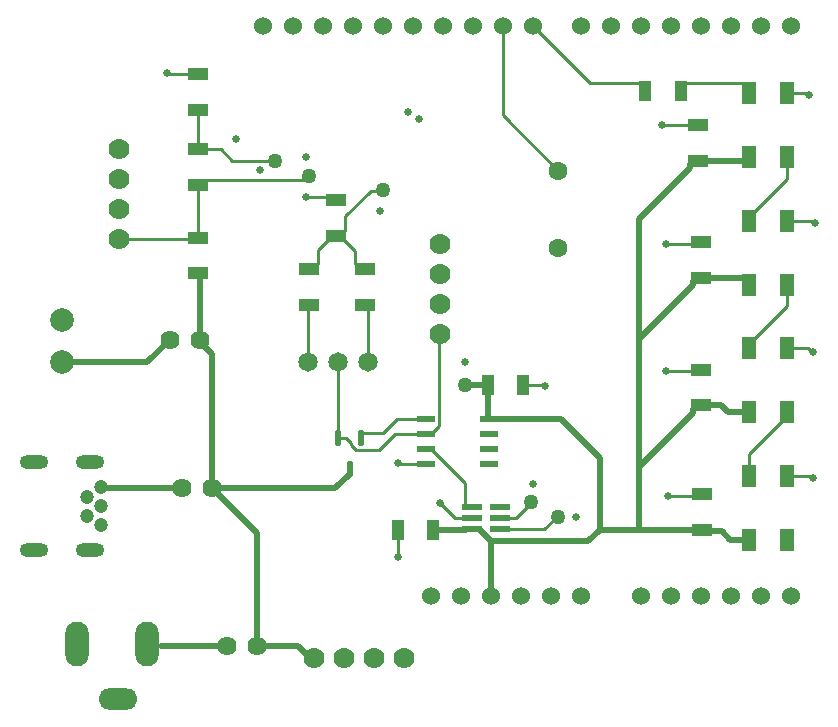
<source format=gtl>
G04*
G04 #@! TF.GenerationSoftware,Altium Limited,Altium Designer,23.10.1 (27)*
G04*
G04 Layer_Physical_Order=1*
G04 Layer_Color=255*
%FSLAX44Y44*%
%MOMM*%
G71*
G04*
G04 #@! TF.SameCoordinates,2AE02515-478E-4FF6-B523-2722CBD37BA3*
G04*
G04*
G04 #@! TF.FilePolarity,Positive*
G04*
G01*
G75*
%ADD11C,0.2540*%
%ADD13C,0.5080*%
G04:AMPARAMS|DCode=39|XSize=1.61mm|YSize=0.59mm|CornerRadius=0.0738mm|HoleSize=0mm|Usage=FLASHONLY|Rotation=0.000|XOffset=0mm|YOffset=0mm|HoleType=Round|Shape=RoundedRectangle|*
%AMROUNDEDRECTD39*
21,1,1.6100,0.4425,0,0,0.0*
21,1,1.4625,0.5900,0,0,0.0*
1,1,0.1475,0.7313,-0.2213*
1,1,0.1475,-0.7313,-0.2213*
1,1,0.1475,-0.7313,0.2213*
1,1,0.1475,0.7313,0.2213*
%
%ADD39ROUNDEDRECTD39*%
%ADD40R,1.2065X1.9000*%
%ADD41R,1.1176X1.8034*%
%ADD42R,1.8034X1.1176*%
%ADD43R,1.5500X0.6000*%
G04:AMPARAMS|DCode=44|XSize=1.35mm|YSize=0.59mm|CornerRadius=0.1475mm|HoleSize=0mm|Usage=FLASHONLY|Rotation=270.000|XOffset=0mm|YOffset=0mm|HoleType=Round|Shape=RoundedRectangle|*
%AMROUNDEDRECTD44*
21,1,1.3500,0.2950,0,0,270.0*
21,1,1.0550,0.5900,0,0,270.0*
1,1,0.2950,-0.1475,-0.5275*
1,1,0.2950,-0.1475,0.5275*
1,1,0.2950,0.1475,0.5275*
1,1,0.2950,0.1475,-0.5275*
%
%ADD44ROUNDEDRECTD44*%
%ADD45C,1.6000*%
%ADD46C,1.7780*%
%ADD47C,1.6500*%
%ADD48C,1.6200*%
%ADD49C,1.5240*%
%ADD50O,2.4000X1.2000*%
%ADD51C,1.2000*%
%ADD52O,2.0000X3.8000*%
%ADD53O,3.3000X1.8000*%
%ADD54C,2.0000*%
%ADD55C,0.6350*%
%ADD56C,1.2700*%
D11*
X275381Y457200D02*
X278130D01*
X188468Y454152D02*
X272333D01*
X275590Y439420D02*
X298196D01*
X272333Y454152D02*
X275381Y457200D01*
X476489Y279400D02*
X477520D01*
X475219Y280670D02*
X476489Y279400D01*
X441960Y508750D02*
Y584200D01*
Y508750D02*
X489940Y460770D01*
X203454Y479806D02*
X212962Y470298D01*
X237490D01*
X237490Y470298D01*
X248522D01*
X248920Y469900D01*
X184150Y449834D02*
X188468Y454152D01*
X339090Y444500D02*
X340360Y445770D01*
X330200Y444500D02*
X339090D01*
X308737Y423037D02*
X330200Y444500D01*
X453390Y167640D02*
X466090Y180340D01*
Y181610D01*
X439440Y167640D02*
X453390D01*
X476910Y158140D02*
X487680Y168910D01*
X488950D01*
X439440Y158140D02*
X476910D01*
X308737Y410972D02*
Y423037D01*
X300990Y406654D02*
X304419D01*
X308737Y410972D01*
X184150Y479806D02*
X203454D01*
X298196Y439420D02*
X300990Y436626D01*
X276860Y346964D02*
X278130Y348234D01*
X276860Y299720D02*
Y346964D01*
X281559Y378206D02*
X285877Y382524D01*
Y394970D01*
X297561Y406654D01*
X278130Y378206D02*
X281559D01*
X297561Y406654D02*
X300990D01*
X317373Y382524D02*
X321691Y378206D01*
X317373Y382524D02*
Y393700D01*
X304419Y406654D02*
X317373Y393700D01*
X321691Y378206D02*
X325120D01*
X327660Y299720D02*
Y345694D01*
X325120Y348234D02*
X327660Y345694D01*
X459486Y280670D02*
X475219D01*
X383540Y319726D02*
Y323850D01*
Y319726D02*
X388420Y314846D01*
Y245570D02*
Y314846D01*
X381610Y238760D02*
X388420Y245570D01*
X376860Y238760D02*
X381610D01*
X702219Y203530D02*
X703819Y201930D01*
X682879Y203530D02*
X702219D01*
X703819Y201930D02*
X704850D01*
X609854Y186690D02*
X610870Y187706D01*
X581660Y186690D02*
X609854D01*
X650621Y221754D02*
X682879Y254013D01*
X650621Y203530D02*
Y221754D01*
X682879Y254013D02*
Y257480D01*
X700949Y311480D02*
X703819Y308610D01*
X682879Y311480D02*
X700949D01*
X703819Y308610D02*
X704850D01*
X608584Y292100D02*
X609600Y293116D01*
X580390Y292100D02*
X608584D01*
X650621Y311480D02*
Y314947D01*
X682879Y347206D02*
Y365430D01*
X650621Y314947D02*
X682879Y347206D01*
X608584Y400050D02*
X609600Y401066D01*
X580390Y400050D02*
X608584D01*
X650621Y422897D02*
X682879Y455155D01*
Y473380D01*
X650621Y419430D02*
Y422897D01*
X682879Y419430D02*
X703489D01*
X705089Y417830D01*
X706120D01*
X698409Y527380D02*
X700009Y525780D01*
X682879Y527380D02*
X698409D01*
X700009Y525780D02*
X701040D01*
X606806Y500380D02*
X607060Y500126D01*
X576580Y500380D02*
X606806D01*
X645528Y535940D02*
X650621Y530848D01*
X595376Y535940D02*
X645528D01*
X650621Y527380D02*
Y530848D01*
X515620Y535940D02*
X565404D01*
X467360Y584200D02*
X515620Y535940D01*
X410498Y178820D02*
X412178Y177140D01*
X376860Y226060D02*
X381610D01*
X412178Y177140D02*
X416540D01*
X410498Y178820D02*
Y197173D01*
X381610Y226060D02*
X410498Y197173D01*
X388620Y180340D02*
X401320Y167640D01*
X416540D01*
X353060Y134620D02*
Y157226D01*
X353314Y157480D01*
X354091Y214630D02*
X355361Y213360D01*
X376860D01*
X353060Y214630D02*
X354091D01*
X323584Y239555D02*
X340355D01*
X352261Y251460D01*
X337433Y224990D02*
X351203Y238760D01*
X318256Y224990D02*
X337433D01*
X313768Y229478D02*
Y231062D01*
X309280Y235550D02*
X313768Y231062D01*
X302920Y235550D02*
X309280D01*
X351203Y238760D02*
X376860D01*
X313768Y229478D02*
X318256Y224990D01*
X321920Y237891D02*
X323584Y239555D01*
X352261Y251460D02*
X376860D01*
X321920Y235550D02*
Y237891D01*
X302590Y235880D02*
Y299390D01*
Y235880D02*
X302920Y235550D01*
X302260Y299720D02*
X302590Y299390D01*
X158511Y544830D02*
X159781Y543560D01*
X157480Y544830D02*
X158511D01*
X159781Y543560D02*
X184150D01*
Y479806D02*
Y513588D01*
Y404876D02*
Y449834D01*
X183134Y403860D02*
X184150Y404876D01*
X116840Y403860D02*
X183134D01*
D13*
X195580Y193040D02*
X233680Y154940D01*
Y59690D02*
Y154940D01*
X68580Y300000D02*
X141250D01*
X160020Y318770D01*
X410210Y280670D02*
X429514D01*
X524497Y157734D02*
Y218440D01*
X431800Y147980D02*
X514743D01*
X430860Y251460D02*
X491478D01*
X524497Y218440D01*
X514743Y147980D02*
X524497Y157734D01*
X429974Y251460D02*
X430860D01*
X429514Y251920D02*
X429974Y251460D01*
X429514Y251920D02*
Y280670D01*
X647395Y470154D02*
X650621Y473380D01*
X607060Y470154D02*
X647395D01*
X557530Y420624D02*
X600583Y463677D01*
X603631Y470154D02*
X607060D01*
X600583Y467106D02*
X603631Y470154D01*
X600583Y463677D02*
Y467106D01*
X557530Y319024D02*
Y420624D01*
X647129Y371094D02*
X650621Y367602D01*
X609600Y371094D02*
X647129D01*
X650621Y365430D02*
Y367602D01*
X603123Y364617D02*
Y368046D01*
X557530Y319024D02*
X603123Y364617D01*
X606171Y371094D02*
X609600D01*
X603123Y368046D02*
X606171Y371094D01*
X557530Y211074D02*
Y319024D01*
X632911Y257480D02*
X650621D01*
X609600Y263144D02*
X627247D01*
X632911Y257480D01*
X557530Y157734D02*
X610870D01*
X524497D02*
X557530D01*
X603123Y260096D02*
X606171Y263144D01*
X603123Y256667D02*
Y260096D01*
X557530Y157734D02*
Y211074D01*
X606171Y263144D02*
X609600D01*
X557530Y211074D02*
X603123Y256667D01*
X627507Y156839D02*
X634816Y149530D01*
X610870Y157734D02*
X611765Y156839D01*
X627507D01*
X634816Y149530D02*
X650621D01*
X421640Y158140D02*
X431800Y147980D01*
Y101600D02*
Y147980D01*
X416540Y158140D02*
X421640D01*
X411440D02*
X416540D01*
X383286Y157480D02*
X410780D01*
X411440Y158140D01*
X300310Y193040D02*
X312420Y205150D01*
Y208950D01*
X195580Y193040D02*
X300310D01*
X184150Y374904D02*
X185420Y373634D01*
Y318770D02*
Y373634D01*
Y316859D02*
X195580Y306698D01*
X185420Y316859D02*
Y318770D01*
X195580Y193040D02*
Y306698D01*
X268751Y59690D02*
X278911Y49530D01*
X233680Y59690D02*
X268751D01*
X278911Y49530D02*
X281940D01*
X152710Y59690D02*
X208280D01*
X141280Y60960D02*
X142550Y59690D01*
X102199Y193320D02*
X169900D01*
X101918Y193600D02*
X102199Y193320D01*
X169900D02*
X170180Y193040D01*
D39*
X416540Y177140D02*
D03*
Y167640D02*
D03*
Y158140D02*
D03*
X439440D02*
D03*
Y167640D02*
D03*
Y177140D02*
D03*
D40*
X682879Y149530D02*
D03*
Y203530D02*
D03*
X650621Y149530D02*
D03*
Y203530D02*
D03*
X682879Y257480D02*
D03*
Y311480D02*
D03*
X650621Y257480D02*
D03*
Y311480D02*
D03*
X682879Y365430D02*
D03*
Y419430D02*
D03*
X650621Y365430D02*
D03*
Y419430D02*
D03*
X682879Y473380D02*
D03*
Y527380D02*
D03*
X650621Y473380D02*
D03*
Y527380D02*
D03*
D41*
X592836Y529590D02*
D03*
X562864D02*
D03*
X383286Y157480D02*
D03*
X353314D02*
D03*
X429514Y280670D02*
D03*
X459486D02*
D03*
D42*
X607060Y500126D02*
D03*
Y470154D02*
D03*
X609600Y401066D02*
D03*
Y371094D02*
D03*
Y293116D02*
D03*
Y263144D02*
D03*
X610870Y187706D02*
D03*
Y157734D02*
D03*
X300990Y436626D02*
D03*
Y406654D02*
D03*
X325120Y378206D02*
D03*
Y348234D02*
D03*
X278130Y378206D02*
D03*
Y348234D02*
D03*
X184150Y543560D02*
D03*
Y513588D02*
D03*
Y449834D02*
D03*
Y479806D02*
D03*
Y404876D02*
D03*
Y374904D02*
D03*
D43*
X430860Y213360D02*
D03*
Y226060D02*
D03*
Y238760D02*
D03*
Y251460D02*
D03*
X376860Y213360D02*
D03*
Y226060D02*
D03*
Y238760D02*
D03*
Y251460D02*
D03*
D44*
X321920Y235550D02*
D03*
X312420Y208950D02*
D03*
X302920Y235550D02*
D03*
D45*
X488950Y396760D02*
D03*
Y461760D02*
D03*
D46*
X388620Y349250D02*
D03*
Y323850D02*
D03*
Y400050D02*
D03*
Y374650D02*
D03*
X307340Y49530D02*
D03*
X281940D02*
D03*
X358140D02*
D03*
X332740D02*
D03*
X116840Y429260D02*
D03*
Y403860D02*
D03*
Y480060D02*
D03*
Y454660D02*
D03*
D47*
X276860Y299720D02*
D03*
X302260D02*
D03*
X327660D02*
D03*
D48*
X160020Y318770D02*
D03*
X185420D02*
D03*
X170180Y193040D02*
D03*
X195580D02*
D03*
X208280Y59690D02*
D03*
X233680D02*
D03*
D49*
X508000Y101600D02*
D03*
X381000D02*
D03*
X406400D02*
D03*
X431800D02*
D03*
X457200D02*
D03*
X482600D02*
D03*
X508000Y584200D02*
D03*
X533400D02*
D03*
X558800D02*
D03*
X584200D02*
D03*
X609600D02*
D03*
X635000D02*
D03*
X660400D02*
D03*
X685800D02*
D03*
X238760D02*
D03*
X264160D02*
D03*
X289560D02*
D03*
X314960D02*
D03*
X340360D02*
D03*
X365760D02*
D03*
X391160D02*
D03*
X416560D02*
D03*
X441960D02*
D03*
X467360D02*
D03*
X685800Y101600D02*
D03*
X660400D02*
D03*
X635000D02*
D03*
X609600D02*
D03*
X558800D02*
D03*
X584200D02*
D03*
D50*
X45402Y140600D02*
D03*
X92901D02*
D03*
Y215000D02*
D03*
X45402D02*
D03*
D51*
X101918Y193600D02*
D03*
X89881Y185602D02*
D03*
Y169602D02*
D03*
X101918Y177601D02*
D03*
Y161601D02*
D03*
D52*
X141280Y60960D02*
D03*
X81280D02*
D03*
D53*
X116280Y14460D02*
D03*
D54*
X68580Y335000D02*
D03*
Y300000D02*
D03*
D55*
X410210Y299720D02*
D03*
X275590Y473710D02*
D03*
X337820Y427990D02*
D03*
X236220Y462280D02*
D03*
X275590Y439420D02*
D03*
X361950Y511810D02*
D03*
X504190Y168910D02*
D03*
X370840Y505460D02*
D03*
X477520Y279400D02*
D03*
X467360Y196850D02*
D03*
X215900Y488950D02*
D03*
X701040Y525780D02*
D03*
X706120Y417830D02*
D03*
X704850Y308610D02*
D03*
Y201930D02*
D03*
X581660Y186690D02*
D03*
X576580Y500380D02*
D03*
X580390Y400050D02*
D03*
Y292100D02*
D03*
X353060Y214630D02*
D03*
X388620Y180340D02*
D03*
X353060Y134620D02*
D03*
X157480Y544830D02*
D03*
D56*
X278130Y457200D02*
D03*
X410210Y280670D02*
D03*
X340360Y445770D02*
D03*
X248920Y469900D02*
D03*
X466090Y181610D02*
D03*
X488950Y168910D02*
D03*
M02*

</source>
